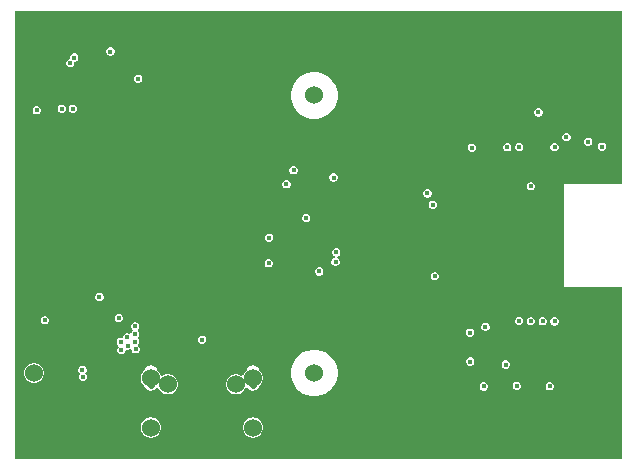
<source format=gbr>
%TF.GenerationSoftware,Altium Limited,Altium Designer,23.6.0 (18)*%
G04 Layer_Physical_Order=5*
G04 Layer_Color=16737945*
%FSLAX45Y45*%
%MOMM*%
%TF.SameCoordinates,DCE0C1D5-9975-4D98-BEBD-45AE40CD8FD9*%
%TF.FilePolarity,Positive*%
%TF.FileFunction,Copper,L5,Inr,Signal*%
%TF.Part,Single*%
G01*
G75*
%TA.AperFunction,ComponentPad*%
%ADD37C,1.52400*%
%TA.AperFunction,ViaPad*%
%ADD42C,0.45000*%
%TA.AperFunction,NonConductor*%
%ADD43C,0.60960*%
G36*
X7828209Y4890991D02*
X7337096D01*
Y4010896D01*
X7828209D01*
Y2560391D01*
X2687391D01*
Y6355009D01*
X7828209D01*
Y4890991D01*
D02*
G37*
%LPC*%
G36*
X3501132Y6043210D02*
X3487128D01*
X3474191Y6037851D01*
X3464289Y6027949D01*
X3458930Y6015012D01*
Y6001008D01*
X3464289Y5988071D01*
X3474191Y5978169D01*
X3487128Y5972810D01*
X3501132D01*
X3514069Y5978169D01*
X3523971Y5988071D01*
X3529330Y6001008D01*
Y6015012D01*
X3523971Y6027949D01*
X3514069Y6037851D01*
X3501132Y6043210D01*
D02*
G37*
G36*
X3194702Y5991971D02*
X3180698D01*
X3167761Y5986612D01*
X3157859Y5976710D01*
X3152500Y5963773D01*
Y5949770D01*
X3149728Y5945621D01*
X3146334D01*
X3133397Y5940262D01*
X3123495Y5930360D01*
X3118136Y5917423D01*
Y5903419D01*
X3123495Y5890482D01*
X3133397Y5880580D01*
X3146334Y5875221D01*
X3160337D01*
X3173275Y5880580D01*
X3183177Y5890482D01*
X3188535Y5903419D01*
Y5917422D01*
X3191308Y5921572D01*
X3194702D01*
X3207639Y5926930D01*
X3217541Y5936832D01*
X3222900Y5949770D01*
Y5963773D01*
X3217541Y5976710D01*
X3207639Y5986612D01*
X3194702Y5991971D01*
D02*
G37*
G36*
X3735722Y5813700D02*
X3721718D01*
X3708781Y5808341D01*
X3698879Y5798439D01*
X3693520Y5785502D01*
Y5771498D01*
X3698879Y5758561D01*
X3708781Y5748659D01*
X3721718Y5743300D01*
X3735722D01*
X3748659Y5748659D01*
X3758561Y5758561D01*
X3763920Y5771498D01*
Y5785502D01*
X3758561Y5798439D01*
X3748659Y5808341D01*
X3735722Y5813700D01*
D02*
G37*
G36*
X3182002Y5559700D02*
X3167998D01*
X3155061Y5554341D01*
X3145159Y5544439D01*
X3139800Y5531502D01*
Y5517498D01*
X3145159Y5504561D01*
X3155061Y5494659D01*
X3167998Y5489300D01*
X3182002D01*
X3194939Y5494659D01*
X3204841Y5504561D01*
X3210200Y5517498D01*
Y5531502D01*
X3204841Y5544439D01*
X3194939Y5554341D01*
X3182002Y5559700D01*
D02*
G37*
G36*
X3088022D02*
X3074018D01*
X3061081Y5554341D01*
X3051179Y5544439D01*
X3045820Y5531502D01*
Y5517498D01*
X3051179Y5504561D01*
X3061081Y5494659D01*
X3074018Y5489300D01*
X3088022D01*
X3100959Y5494659D01*
X3110861Y5504561D01*
X3116220Y5517498D01*
Y5531502D01*
X3110861Y5544439D01*
X3100959Y5554341D01*
X3088022Y5559700D01*
D02*
G37*
G36*
X2877202Y5547000D02*
X2863198D01*
X2850261Y5541641D01*
X2840359Y5531739D01*
X2835000Y5518802D01*
Y5504798D01*
X2840359Y5491861D01*
X2850261Y5481959D01*
X2863198Y5476600D01*
X2877202D01*
X2890139Y5481959D01*
X2900041Y5491861D01*
X2905400Y5504798D01*
Y5518802D01*
X2900041Y5531739D01*
X2890139Y5541641D01*
X2877202Y5547000D01*
D02*
G37*
G36*
X7125002Y5527600D02*
X7110998D01*
X7098061Y5522241D01*
X7088159Y5512339D01*
X7082800Y5499402D01*
Y5485398D01*
X7088159Y5472461D01*
X7098061Y5462559D01*
X7110998Y5457200D01*
X7125002D01*
X7137939Y5462559D01*
X7147841Y5472461D01*
X7153200Y5485398D01*
Y5499402D01*
X7147841Y5512339D01*
X7137939Y5522241D01*
X7125002Y5527600D01*
D02*
G37*
G36*
X5239174Y5833980D02*
X5200226D01*
X5162027Y5826382D01*
X5126045Y5811477D01*
X5093661Y5789839D01*
X5066121Y5762299D01*
X5044483Y5729915D01*
X5029578Y5693933D01*
X5021980Y5655734D01*
Y5616786D01*
X5029578Y5578587D01*
X5044483Y5542605D01*
X5066121Y5510221D01*
X5093661Y5482681D01*
X5126045Y5461043D01*
X5162027Y5446138D01*
X5200226Y5438540D01*
X5239174D01*
X5277373Y5446138D01*
X5313355Y5461043D01*
X5345739Y5482681D01*
X5373279Y5510221D01*
X5394917Y5542605D01*
X5409822Y5578587D01*
X5417420Y5616786D01*
Y5655734D01*
X5409822Y5693933D01*
X5394917Y5729915D01*
X5373279Y5762299D01*
X5345739Y5789839D01*
X5313355Y5811477D01*
X5277373Y5826382D01*
X5239174Y5833980D01*
D02*
G37*
G36*
X7360902Y5319300D02*
X7346898D01*
X7333961Y5313941D01*
X7324059Y5304039D01*
X7318700Y5291102D01*
Y5277098D01*
X7324059Y5264161D01*
X7333961Y5254259D01*
X7346898Y5248900D01*
X7360902D01*
X7373839Y5254259D01*
X7383741Y5264161D01*
X7389100Y5277098D01*
Y5291102D01*
X7383741Y5304039D01*
X7373839Y5313941D01*
X7360902Y5319300D01*
D02*
G37*
G36*
X7545722Y5280300D02*
X7531718D01*
X7518781Y5274941D01*
X7508879Y5265039D01*
X7503520Y5252102D01*
Y5238098D01*
X7508879Y5225161D01*
X7518781Y5215259D01*
X7531718Y5209900D01*
X7545722D01*
X7558659Y5215259D01*
X7568561Y5225161D01*
X7573920Y5238098D01*
Y5252102D01*
X7568561Y5265039D01*
X7558659Y5274941D01*
X7545722Y5280300D01*
D02*
G37*
G36*
X7662562Y5237120D02*
X7648558D01*
X7635621Y5231761D01*
X7625719Y5221859D01*
X7620360Y5208922D01*
Y5194918D01*
X7625719Y5181981D01*
X7635621Y5172079D01*
X7648558Y5166720D01*
X7662562D01*
X7675499Y5172079D01*
X7685401Y5181981D01*
X7690760Y5194918D01*
Y5208922D01*
X7685401Y5221859D01*
X7675499Y5231761D01*
X7662562Y5237120D01*
D02*
G37*
G36*
X6960902Y5235200D02*
X6946898D01*
X6933961Y5229841D01*
X6924059Y5219939D01*
X6918700Y5207002D01*
Y5192998D01*
X6924059Y5180061D01*
X6933961Y5170159D01*
X6946898Y5164800D01*
X6960902D01*
X6973839Y5170159D01*
X6983741Y5180061D01*
X6989100Y5192998D01*
Y5207002D01*
X6983741Y5219939D01*
X6973839Y5229841D01*
X6960902Y5235200D01*
D02*
G37*
G36*
X7260902Y5234800D02*
X7246898D01*
X7233961Y5229441D01*
X7224059Y5219539D01*
X7218700Y5206602D01*
Y5192598D01*
X7224059Y5179661D01*
X7233961Y5169759D01*
X7246898Y5164400D01*
X7260902D01*
X7273839Y5169759D01*
X7283741Y5179661D01*
X7289100Y5192598D01*
Y5206602D01*
X7283741Y5219539D01*
X7273839Y5229441D01*
X7260902Y5234800D01*
D02*
G37*
G36*
X6860902Y5233600D02*
X6846898D01*
X6833961Y5228241D01*
X6824059Y5218339D01*
X6818700Y5205402D01*
Y5191398D01*
X6824059Y5178461D01*
X6833961Y5168559D01*
X6846898Y5163200D01*
X6860902D01*
X6873839Y5168559D01*
X6883741Y5178461D01*
X6889100Y5191398D01*
Y5205402D01*
X6883741Y5218339D01*
X6873839Y5228241D01*
X6860902Y5233600D01*
D02*
G37*
G36*
X6560902Y5228800D02*
X6546898D01*
X6533961Y5223441D01*
X6524059Y5213539D01*
X6518700Y5200602D01*
Y5186598D01*
X6524059Y5173661D01*
X6533961Y5163759D01*
X6546898Y5158400D01*
X6560902D01*
X6573839Y5163759D01*
X6583741Y5173661D01*
X6589100Y5186598D01*
Y5200602D01*
X6583741Y5213539D01*
X6573839Y5223441D01*
X6560902Y5228800D01*
D02*
G37*
G36*
X5051442Y5037860D02*
X5037438D01*
X5024501Y5032501D01*
X5014599Y5022599D01*
X5009240Y5009662D01*
Y4995658D01*
X5014599Y4982721D01*
X5024501Y4972819D01*
X5037438Y4967460D01*
X5051442D01*
X5064379Y4972819D01*
X5074281Y4982721D01*
X5079640Y4995658D01*
Y5009662D01*
X5074281Y5022599D01*
X5064379Y5032501D01*
X5051442Y5037860D01*
D02*
G37*
G36*
X5390302Y4977000D02*
X5376298D01*
X5363361Y4971641D01*
X5353459Y4961739D01*
X5348100Y4948802D01*
Y4934798D01*
X5353459Y4921861D01*
X5363361Y4911959D01*
X5376298Y4906600D01*
X5390302D01*
X5403239Y4911959D01*
X5413141Y4921861D01*
X5418500Y4934798D01*
Y4948802D01*
X5413141Y4961739D01*
X5403239Y4971641D01*
X5390302Y4977000D01*
D02*
G37*
G36*
X4990482Y4919620D02*
X4976478D01*
X4963541Y4914261D01*
X4953639Y4904359D01*
X4948280Y4891422D01*
Y4877418D01*
X4953639Y4864481D01*
X4963541Y4854579D01*
X4976478Y4849220D01*
X4990482D01*
X5003419Y4854579D01*
X5013321Y4864481D01*
X5018680Y4877418D01*
Y4891422D01*
X5013321Y4904359D01*
X5003419Y4914261D01*
X4990482Y4919620D01*
D02*
G37*
G36*
X7060582Y4902390D02*
X7046578D01*
X7033641Y4897031D01*
X7023739Y4887129D01*
X7018380Y4874192D01*
Y4860188D01*
X7023739Y4847251D01*
X7033641Y4837349D01*
X7046578Y4831990D01*
X7060582D01*
X7073519Y4837349D01*
X7083421Y4847251D01*
X7088780Y4860188D01*
Y4874192D01*
X7083421Y4887129D01*
X7073519Y4897031D01*
X7060582Y4902390D01*
D02*
G37*
G36*
X6184802Y4842900D02*
X6170798D01*
X6157861Y4837541D01*
X6147959Y4827639D01*
X6142600Y4814702D01*
Y4800698D01*
X6147959Y4787761D01*
X6157861Y4777859D01*
X6170798Y4772500D01*
X6184802D01*
X6197739Y4777859D01*
X6207641Y4787761D01*
X6213000Y4800698D01*
Y4814702D01*
X6207641Y4827639D01*
X6197739Y4837541D01*
X6184802Y4842900D01*
D02*
G37*
G36*
X6230002Y4746900D02*
X6215998D01*
X6203061Y4741541D01*
X6193159Y4731639D01*
X6187800Y4718702D01*
Y4704698D01*
X6193159Y4691761D01*
X6203061Y4681859D01*
X6215998Y4676500D01*
X6230002D01*
X6242939Y4681859D01*
X6252841Y4691761D01*
X6258200Y4704698D01*
Y4718702D01*
X6252841Y4731639D01*
X6242939Y4741541D01*
X6230002Y4746900D01*
D02*
G37*
G36*
X5157302Y4634320D02*
X5143298D01*
X5130361Y4628961D01*
X5120459Y4619059D01*
X5115100Y4606122D01*
Y4592118D01*
X5120459Y4579181D01*
X5130361Y4569279D01*
X5143298Y4563920D01*
X5157302D01*
X5170239Y4569279D01*
X5180141Y4579181D01*
X5185500Y4592118D01*
Y4606122D01*
X5180141Y4619059D01*
X5170239Y4628961D01*
X5157302Y4634320D01*
D02*
G37*
G36*
X4844062Y4466600D02*
X4830058D01*
X4817121Y4461241D01*
X4807219Y4451339D01*
X4801860Y4438402D01*
Y4424398D01*
X4807219Y4411461D01*
X4817121Y4401559D01*
X4830058Y4396200D01*
X4844062D01*
X4856999Y4401559D01*
X4866901Y4411461D01*
X4872260Y4424398D01*
Y4438402D01*
X4866901Y4451339D01*
X4856999Y4461241D01*
X4844062Y4466600D01*
D02*
G37*
G36*
X5412762Y4342400D02*
X5398758D01*
X5385821Y4337041D01*
X5375919Y4327139D01*
X5370560Y4314202D01*
Y4300198D01*
X5375919Y4287261D01*
X5385821Y4277359D01*
X5391836Y4274867D01*
X5392141Y4268096D01*
X5390573Y4261644D01*
X5379461Y4257041D01*
X5369559Y4247139D01*
X5364200Y4234202D01*
Y4220198D01*
X5369559Y4207261D01*
X5379461Y4197359D01*
X5392398Y4192000D01*
X5406402D01*
X5419339Y4197359D01*
X5429241Y4207261D01*
X5434600Y4220198D01*
Y4234202D01*
X5429241Y4247139D01*
X5419339Y4257041D01*
X5413324Y4259533D01*
X5413019Y4266304D01*
X5414587Y4272756D01*
X5425699Y4277359D01*
X5435601Y4287261D01*
X5440960Y4300198D01*
Y4314202D01*
X5435601Y4327139D01*
X5425699Y4337041D01*
X5412762Y4342400D01*
D02*
G37*
G36*
X4840622Y4251600D02*
X4826618D01*
X4813681Y4246241D01*
X4803779Y4236339D01*
X4798420Y4223402D01*
Y4209398D01*
X4803779Y4196461D01*
X4813681Y4186559D01*
X4826618Y4181200D01*
X4840622D01*
X4853559Y4186559D01*
X4863461Y4196461D01*
X4868820Y4209398D01*
Y4223402D01*
X4863461Y4236339D01*
X4853559Y4246241D01*
X4840622Y4251600D01*
D02*
G37*
G36*
X5269262Y4182400D02*
X5255258D01*
X5242321Y4177041D01*
X5232419Y4167139D01*
X5227060Y4154202D01*
Y4140198D01*
X5232419Y4127261D01*
X5242321Y4117359D01*
X5255258Y4112000D01*
X5269262D01*
X5282199Y4117359D01*
X5292101Y4127261D01*
X5297460Y4140198D01*
Y4154202D01*
X5292101Y4167139D01*
X5282199Y4177041D01*
X5269262Y4182400D01*
D02*
G37*
G36*
X6248302Y4142900D02*
X6234298D01*
X6221361Y4137541D01*
X6211459Y4127639D01*
X6206100Y4114702D01*
Y4100698D01*
X6211459Y4087761D01*
X6221361Y4077859D01*
X6234298Y4072500D01*
X6248302D01*
X6261239Y4077859D01*
X6271141Y4087761D01*
X6276500Y4100698D01*
Y4114702D01*
X6271141Y4127639D01*
X6261239Y4137541D01*
X6248302Y4142900D01*
D02*
G37*
G36*
X3407309Y3965277D02*
X3393306D01*
X3380369Y3959918D01*
X3370467Y3950016D01*
X3365108Y3937078D01*
Y3923075D01*
X3370467Y3910138D01*
X3380369Y3900236D01*
X3393306Y3894877D01*
X3407309D01*
X3420247Y3900236D01*
X3430149Y3910138D01*
X3435507Y3923075D01*
Y3937078D01*
X3430149Y3950016D01*
X3420247Y3959918D01*
X3407309Y3965277D01*
D02*
G37*
G36*
X3572883Y3787477D02*
X3558879D01*
X3545942Y3782118D01*
X3536040Y3772216D01*
X3530681Y3759278D01*
Y3745275D01*
X3536040Y3732338D01*
X3545942Y3722436D01*
X3558879Y3717077D01*
X3572883D01*
X3585820Y3722436D01*
X3595722Y3732338D01*
X3601081Y3745275D01*
Y3759278D01*
X3595722Y3772216D01*
X3585820Y3782118D01*
X3572883Y3787477D01*
D02*
G37*
G36*
X2945782Y3769000D02*
X2931778D01*
X2918841Y3763641D01*
X2908939Y3753739D01*
X2903580Y3740802D01*
Y3726798D01*
X2908939Y3713861D01*
X2918841Y3703959D01*
X2931778Y3698600D01*
X2945782D01*
X2958719Y3703959D01*
X2968621Y3713861D01*
X2973980Y3726798D01*
Y3740802D01*
X2968621Y3753739D01*
X2958719Y3763641D01*
X2945782Y3769000D01*
D02*
G37*
G36*
X6960902Y3763300D02*
X6946898D01*
X6933961Y3757941D01*
X6924059Y3748039D01*
X6918700Y3735102D01*
Y3721098D01*
X6924059Y3708161D01*
X6933961Y3698259D01*
X6946898Y3692900D01*
X6960902D01*
X6973839Y3698259D01*
X6983741Y3708161D01*
X6989100Y3721098D01*
Y3735102D01*
X6983741Y3748039D01*
X6973839Y3757941D01*
X6960902Y3763300D01*
D02*
G37*
G36*
X7060902Y3761700D02*
X7046898D01*
X7033961Y3756341D01*
X7024059Y3746439D01*
X7018700Y3733502D01*
Y3719498D01*
X7024059Y3706561D01*
X7033961Y3696659D01*
X7046898Y3691300D01*
X7060902D01*
X7073839Y3696659D01*
X7083741Y3706561D01*
X7089100Y3719498D01*
Y3733502D01*
X7083741Y3746439D01*
X7073839Y3756341D01*
X7060902Y3761700D01*
D02*
G37*
G36*
X7160902Y3760100D02*
X7146898D01*
X7133961Y3754741D01*
X7124059Y3744839D01*
X7118700Y3731902D01*
Y3717898D01*
X7124059Y3704961D01*
X7133961Y3695059D01*
X7146898Y3689700D01*
X7160902D01*
X7173839Y3695059D01*
X7183741Y3704961D01*
X7189100Y3717898D01*
Y3731902D01*
X7183741Y3744839D01*
X7173839Y3754741D01*
X7160902Y3760100D01*
D02*
G37*
G36*
X7260902Y3758500D02*
X7246898D01*
X7233961Y3753141D01*
X7224059Y3743239D01*
X7218700Y3730302D01*
Y3716298D01*
X7224059Y3703361D01*
X7233961Y3693459D01*
X7246898Y3688100D01*
X7260902D01*
X7273839Y3693459D01*
X7283741Y3703361D01*
X7289100Y3716298D01*
Y3730302D01*
X7283741Y3743239D01*
X7273839Y3753141D01*
X7260902Y3758500D01*
D02*
G37*
G36*
X6675931Y3711690D02*
X6661928D01*
X6648991Y3706331D01*
X6639089Y3696429D01*
X6633730Y3683492D01*
Y3669488D01*
X6639089Y3656551D01*
X6648991Y3646649D01*
X6661928Y3641290D01*
X6675931D01*
X6688869Y3646649D01*
X6698770Y3656551D01*
X6704129Y3669488D01*
Y3683492D01*
X6698770Y3696429D01*
X6688869Y3706331D01*
X6675931Y3711690D01*
D02*
G37*
G36*
X3709569Y3716357D02*
X3695566D01*
X3682629Y3710998D01*
X3672727Y3701096D01*
X3667368Y3688158D01*
Y3674155D01*
X3672727Y3661218D01*
X3676241Y3657703D01*
X3681434Y3649407D01*
X3676241Y3641110D01*
X3672727Y3637596D01*
X3667942Y3626044D01*
X3662595Y3623022D01*
X3654668Y3620303D01*
X3643529Y3624917D01*
X3629526D01*
X3616589Y3619558D01*
X3606687Y3609656D01*
X3601328Y3596718D01*
Y3594897D01*
X3588628Y3586411D01*
X3587649Y3586817D01*
X3573646D01*
X3560709Y3581458D01*
X3550807Y3571556D01*
X3545448Y3558618D01*
Y3544615D01*
X3550807Y3531678D01*
X3560708Y3521776D01*
X3561872Y3519156D01*
X3562669Y3507218D01*
X3555887Y3500436D01*
X3550528Y3487498D01*
Y3473495D01*
X3555887Y3460558D01*
X3565789Y3450656D01*
X3578726Y3445297D01*
X3592729D01*
X3605667Y3450656D01*
X3615569Y3460558D01*
X3620927Y3473495D01*
Y3474264D01*
X3632066Y3483397D01*
X3646069D01*
X3659007Y3488756D01*
X3659748Y3489497D01*
X3672448Y3484236D01*
Y3481115D01*
X3677807Y3468178D01*
X3687709Y3458276D01*
X3700646Y3452917D01*
X3714649D01*
X3727587Y3458276D01*
X3737489Y3468178D01*
X3742847Y3481115D01*
Y3495118D01*
X3737489Y3508056D01*
X3727587Y3517957D01*
X3731015Y3530284D01*
X3732409Y3531678D01*
X3737767Y3544615D01*
Y3558618D01*
X3732409Y3571556D01*
X3727624Y3576340D01*
X3723924Y3584637D01*
X3727624Y3592934D01*
X3732409Y3597718D01*
X3737767Y3610655D01*
Y3624658D01*
X3732409Y3637596D01*
X3728894Y3641110D01*
X3723702Y3649407D01*
X3728894Y3657703D01*
X3732409Y3661218D01*
X3737767Y3674155D01*
Y3688158D01*
X3732409Y3701096D01*
X3722507Y3710998D01*
X3709569Y3716357D01*
D02*
G37*
G36*
X6544962Y3662320D02*
X6530958D01*
X6518021Y3656961D01*
X6508119Y3647059D01*
X6502760Y3634122D01*
Y3620118D01*
X6508119Y3607181D01*
X6518021Y3597279D01*
X6530958Y3591920D01*
X6544962D01*
X6557899Y3597279D01*
X6567801Y3607181D01*
X6573160Y3620118D01*
Y3634122D01*
X6567801Y3647059D01*
X6557899Y3656961D01*
X6544962Y3662320D01*
D02*
G37*
G36*
X4276742Y3603900D02*
X4262738D01*
X4249801Y3598541D01*
X4239899Y3588639D01*
X4234540Y3575702D01*
Y3561698D01*
X4239899Y3548761D01*
X4249801Y3538859D01*
X4262738Y3533500D01*
X4276742D01*
X4289679Y3538859D01*
X4299581Y3548761D01*
X4304940Y3561698D01*
Y3575702D01*
X4299581Y3588639D01*
X4289679Y3598541D01*
X4276742Y3603900D01*
D02*
G37*
G36*
X6547502Y3418480D02*
X6533498D01*
X6520561Y3413121D01*
X6510659Y3403219D01*
X6505300Y3390282D01*
Y3376278D01*
X6510659Y3363341D01*
X6520561Y3353439D01*
X6533498Y3348080D01*
X6547502D01*
X6560439Y3353439D01*
X6570341Y3363341D01*
X6575700Y3376278D01*
Y3390282D01*
X6570341Y3403219D01*
X6560439Y3413121D01*
X6547502Y3418480D01*
D02*
G37*
G36*
X6847222Y3393080D02*
X6833218D01*
X6820281Y3387721D01*
X6810379Y3377819D01*
X6805020Y3364882D01*
Y3350878D01*
X6810379Y3337941D01*
X6820281Y3328039D01*
X6833218Y3322680D01*
X6847222D01*
X6860159Y3328039D01*
X6870061Y3337941D01*
X6875420Y3350878D01*
Y3364882D01*
X6870061Y3377819D01*
X6860159Y3387721D01*
X6847222Y3393080D01*
D02*
G37*
G36*
X4699763Y3351877D02*
X4678116Y3347571D01*
X4659764Y3335309D01*
X4647502Y3316957D01*
X4646101Y3309913D01*
X4631674Y3295486D01*
X4620472Y3276083D01*
X4618093Y3267204D01*
X4616607Y3265753D01*
X4603429Y3261549D01*
X4589603Y3269531D01*
X4567962Y3275330D01*
X4545558D01*
X4523917Y3269531D01*
X4504513Y3258329D01*
X4488671Y3242487D01*
X4477469Y3223083D01*
X4471670Y3201442D01*
Y3179038D01*
X4477469Y3157397D01*
X4488671Y3137993D01*
X4504513Y3122151D01*
X4523917Y3110949D01*
X4545558Y3105150D01*
X4567962D01*
X4589603Y3110949D01*
X4609007Y3122151D01*
X4624849Y3137993D01*
X4636051Y3157397D01*
X4637276Y3161968D01*
X4651033Y3164239D01*
X4659764Y3151171D01*
X4678116Y3138909D01*
X4699763Y3134603D01*
X4721410Y3138909D01*
X4739762Y3151171D01*
X4752024Y3169523D01*
X4753425Y3176566D01*
X4767852Y3190993D01*
X4779055Y3210396D01*
X4784853Y3232037D01*
Y3254442D01*
X4779055Y3276083D01*
X4767852Y3295486D01*
X4753425Y3309913D01*
X4752024Y3316957D01*
X4739762Y3335309D01*
X4721410Y3347571D01*
X4699763Y3351877D01*
D02*
G37*
G36*
X3263282Y3347360D02*
X3249278D01*
X3236341Y3342001D01*
X3226439Y3332099D01*
X3221080Y3319162D01*
Y3305158D01*
X3226439Y3292221D01*
X3236341Y3282319D01*
X3231921Y3273721D01*
X3231519Y3273319D01*
X3226160Y3260382D01*
Y3246378D01*
X3231519Y3233441D01*
X3241421Y3223539D01*
X3254358Y3218180D01*
X3268362D01*
X3281299Y3223539D01*
X3291201Y3233441D01*
X3296560Y3246378D01*
Y3260382D01*
X3291201Y3273319D01*
X3281299Y3283221D01*
X3285719Y3291819D01*
X3286121Y3292221D01*
X3291480Y3305158D01*
Y3319162D01*
X3286121Y3332099D01*
X3276219Y3342001D01*
X3263282Y3347360D01*
D02*
G37*
G36*
X2858542Y3371850D02*
X2836138D01*
X2814497Y3366051D01*
X2795093Y3354849D01*
X2779251Y3339007D01*
X2768049Y3319603D01*
X2762250Y3297962D01*
Y3275558D01*
X2768049Y3253917D01*
X2779251Y3234513D01*
X2795093Y3218671D01*
X2814497Y3207469D01*
X2836138Y3201670D01*
X2858542D01*
X2880183Y3207469D01*
X2899587Y3218671D01*
X2915429Y3234513D01*
X2926631Y3253917D01*
X2932430Y3275558D01*
Y3297962D01*
X2926631Y3319603D01*
X2915429Y3339007D01*
X2899587Y3354849D01*
X2880183Y3366051D01*
X2858542Y3371850D01*
D02*
G37*
G36*
X6941202Y3212740D02*
X6927198D01*
X6914261Y3207381D01*
X6904359Y3197479D01*
X6899000Y3184542D01*
Y3170538D01*
X6904359Y3157601D01*
X6914261Y3147699D01*
X6927198Y3142340D01*
X6941202D01*
X6954139Y3147699D01*
X6964041Y3157601D01*
X6969400Y3170538D01*
Y3184542D01*
X6964041Y3197479D01*
X6954139Y3207381D01*
X6941202Y3212740D01*
D02*
G37*
G36*
X7220602Y3210200D02*
X7206598D01*
X7193661Y3204841D01*
X7183759Y3194939D01*
X7178400Y3182002D01*
Y3167998D01*
X7183759Y3155061D01*
X7193661Y3145159D01*
X7206598Y3139800D01*
X7220602D01*
X7233539Y3145159D01*
X7243441Y3155061D01*
X7248800Y3167998D01*
Y3182002D01*
X7243441Y3194939D01*
X7233539Y3204841D01*
X7220602Y3210200D01*
D02*
G37*
G36*
X6661802Y3207660D02*
X6647798D01*
X6634861Y3202301D01*
X6624959Y3192399D01*
X6619600Y3179462D01*
Y3165458D01*
X6624959Y3152521D01*
X6634861Y3142619D01*
X6647798Y3137260D01*
X6661802D01*
X6674739Y3142619D01*
X6684641Y3152521D01*
X6690000Y3165458D01*
Y3179462D01*
X6684641Y3192399D01*
X6674739Y3202301D01*
X6661802Y3207660D01*
D02*
G37*
G36*
X3835757Y3351877D02*
X3814110Y3347571D01*
X3795758Y3335309D01*
X3783496Y3316957D01*
X3782095Y3309913D01*
X3767668Y3295486D01*
X3756465Y3276083D01*
X3750667Y3254442D01*
Y3232037D01*
X3756465Y3210396D01*
X3767668Y3190993D01*
X3782095Y3176566D01*
X3783496Y3169523D01*
X3795758Y3151171D01*
X3814110Y3138909D01*
X3835757Y3134603D01*
X3857404Y3138909D01*
X3875756Y3151171D01*
X3884487Y3164239D01*
X3898244Y3161968D01*
X3899469Y3157397D01*
X3910671Y3137993D01*
X3926514Y3122151D01*
X3945917Y3110949D01*
X3967558Y3105150D01*
X3989963D01*
X4011604Y3110949D01*
X4031007Y3122151D01*
X4046849Y3137993D01*
X4058052Y3157397D01*
X4063850Y3179038D01*
Y3201442D01*
X4058052Y3223083D01*
X4046849Y3242487D01*
X4031007Y3258329D01*
X4011604Y3269531D01*
X3989963Y3275330D01*
X3967558D01*
X3945917Y3269531D01*
X3932091Y3261549D01*
X3918913Y3265753D01*
X3917428Y3267204D01*
X3915048Y3276083D01*
X3903846Y3295486D01*
X3889419Y3309913D01*
X3888018Y3316957D01*
X3875756Y3335309D01*
X3857404Y3347571D01*
X3835757Y3351877D01*
D02*
G37*
G36*
X5239174Y3484480D02*
X5200226D01*
X5162027Y3476882D01*
X5126045Y3461977D01*
X5093661Y3440339D01*
X5066121Y3412799D01*
X5044483Y3380415D01*
X5029578Y3344433D01*
X5021980Y3306234D01*
Y3267286D01*
X5029578Y3229087D01*
X5044483Y3193105D01*
X5066121Y3160721D01*
X5093661Y3133181D01*
X5126045Y3111543D01*
X5162027Y3096638D01*
X5200226Y3089040D01*
X5239174D01*
X5277373Y3096638D01*
X5313355Y3111543D01*
X5345739Y3133181D01*
X5373279Y3160721D01*
X5394917Y3193105D01*
X5409822Y3229087D01*
X5417420Y3267286D01*
Y3306234D01*
X5409822Y3344433D01*
X5394917Y3380415D01*
X5373279Y3412799D01*
X5345739Y3440339D01*
X5313355Y3461977D01*
X5277373Y3476882D01*
X5239174Y3484480D01*
D02*
G37*
G36*
X4699760Y2912287D02*
X4689923Y2910330D01*
X4688558D01*
X4684626Y2909276D01*
X4678113Y2907981D01*
X4676990Y2907230D01*
X4666917Y2904531D01*
X4647514Y2893329D01*
X4631671Y2877486D01*
X4620469Y2858083D01*
X4614670Y2836442D01*
Y2814038D01*
X4620469Y2792396D01*
X4631671Y2772993D01*
X4647514Y2757151D01*
X4666917Y2745949D01*
X4676990Y2743250D01*
X4678113Y2742499D01*
X4684626Y2741204D01*
X4688558Y2740150D01*
X4689923D01*
X4699760Y2738193D01*
X4709598Y2740150D01*
X4710963D01*
X4714895Y2741204D01*
X4721407Y2742499D01*
X4722531Y2743250D01*
X4732604Y2745949D01*
X4752007Y2757151D01*
X4767849Y2772993D01*
X4779052Y2792396D01*
X4784850Y2814038D01*
Y2836442D01*
X4779052Y2858083D01*
X4767849Y2877486D01*
X4752007Y2893329D01*
X4732604Y2904531D01*
X4722531Y2907230D01*
X4721407Y2907981D01*
X4714895Y2909276D01*
X4710963Y2910330D01*
X4709598D01*
X4699760Y2912287D01*
D02*
G37*
G36*
X3835757D02*
X3825919Y2910330D01*
X3824554D01*
X3820623Y2909276D01*
X3814110Y2907981D01*
X3812986Y2907230D01*
X3802913Y2904531D01*
X3783510Y2893329D01*
X3767668Y2877486D01*
X3756465Y2858083D01*
X3750667Y2836442D01*
Y2814038D01*
X3756465Y2792396D01*
X3767668Y2772993D01*
X3783510Y2757151D01*
X3802913Y2745949D01*
X3812986Y2743250D01*
X3814110Y2742499D01*
X3820623Y2741204D01*
X3824554Y2740150D01*
X3825919D01*
X3835757Y2738193D01*
X3845595Y2740150D01*
X3846959D01*
X3850891Y2741204D01*
X3857404Y2742499D01*
X3858527Y2743250D01*
X3868600Y2745949D01*
X3888003Y2757151D01*
X3903846Y2772993D01*
X3915048Y2792396D01*
X3920847Y2814038D01*
Y2836442D01*
X3915048Y2858083D01*
X3903846Y2877486D01*
X3888003Y2893329D01*
X3868600Y2904531D01*
X3858527Y2907230D01*
X3857404Y2907981D01*
X3850891Y2909276D01*
X3846959Y2910330D01*
X3845595D01*
X3835757Y2912287D01*
D02*
G37*
%LPD*%
D37*
X5219700Y5636260D02*
D03*
Y3286760D02*
D03*
X2847340Y4556760D02*
D03*
Y3286760D02*
D03*
X3835757Y3243240D02*
D03*
D03*
Y2825240D02*
D03*
X4699760D02*
D03*
X4699763Y3243240D02*
D03*
X3978760Y3190240D02*
D03*
X4556760D02*
D03*
X4699760Y2825240D02*
D03*
X4699763Y3243240D02*
D03*
X3835757Y2825240D02*
D03*
D42*
X3016250Y3868691D02*
D03*
X2938780Y3733800D02*
D03*
X3092600Y3600133D02*
D03*
X6537960Y3627120D02*
D03*
X7053580Y4867190D02*
D03*
X7538720Y5245100D02*
D03*
X7315200Y4864100D02*
D03*
X6985000Y4762500D02*
D03*
X6667500D02*
D03*
X7315200Y4686300D02*
D03*
X4269740Y3568700D02*
D03*
X4286250Y3810000D02*
D03*
X3256280Y3312160D02*
D03*
X5150300Y4599120D02*
D03*
X5715000Y4762500D02*
D03*
X5397500D02*
D03*
X6032500D02*
D03*
X4762500D02*
D03*
X3261360Y3253380D02*
D03*
X3702568Y3617657D02*
D03*
Y3681157D02*
D03*
Y3551617D02*
D03*
X3585728Y3480497D02*
D03*
X3580648Y3551617D02*
D03*
X7655560Y5201920D02*
D03*
X7143750Y5715000D02*
D03*
X6840220Y3357880D02*
D03*
X6540500Y3383280D02*
D03*
X6668930Y3676490D02*
D03*
X6191250Y3175000D02*
D03*
X3204728Y3970717D02*
D03*
X3296168Y3891977D02*
D03*
X3689868Y3897057D02*
D03*
X3595888Y3912297D02*
D03*
X3451108Y3983417D02*
D03*
X3529848Y3935157D02*
D03*
X3400308Y3930077D02*
D03*
X3565881Y3752277D02*
D03*
X3636528Y3589717D02*
D03*
X3492500Y2857500D02*
D03*
X3707648Y3488117D02*
D03*
X3639068Y3518597D02*
D03*
X3175000Y2857500D02*
D03*
X6667500Y4127500D02*
D03*
X7759700Y5194300D02*
D03*
X7785100Y3721100D02*
D03*
X7670800D02*
D03*
X7556500D02*
D03*
X7366000D02*
D03*
X7315200Y4038600D02*
D03*
X7314221Y4229196D02*
D03*
X7315200Y4140200D02*
D03*
Y4318000D02*
D03*
Y4419600D02*
D03*
Y4508500D02*
D03*
Y4597400D02*
D03*
Y4775200D02*
D03*
X7620000Y6032500D02*
D03*
X7778750Y5715000D02*
D03*
X7620000Y5397500D02*
D03*
Y3492500D02*
D03*
X7778750Y3175000D02*
D03*
X7620000Y2857500D02*
D03*
X7302500Y6032500D02*
D03*
X7461250Y5715000D02*
D03*
X7302500Y3492500D02*
D03*
X7461250Y3175000D02*
D03*
X7302500Y2857500D02*
D03*
X6985000Y6032500D02*
D03*
Y5397500D02*
D03*
X7143750Y4445000D02*
D03*
X6985000Y4127500D02*
D03*
Y3492500D02*
D03*
X7143750Y3175000D02*
D03*
X6667500Y6032500D02*
D03*
X6826250Y5715000D02*
D03*
Y4445000D02*
D03*
Y3175000D02*
D03*
X6350000Y6032500D02*
D03*
Y3492500D02*
D03*
X6508750Y3175000D02*
D03*
X6350000Y2857500D02*
D03*
X6191250Y5715000D02*
D03*
X6032500Y5397500D02*
D03*
X6191250Y4445000D02*
D03*
Y3810000D02*
D03*
X6032500Y3492500D02*
D03*
Y2857500D02*
D03*
X5873750Y5715000D02*
D03*
X5715000Y5397500D02*
D03*
X5873750Y5080000D02*
D03*
Y4445000D02*
D03*
Y3810000D02*
D03*
X5715000Y3492500D02*
D03*
X5873750Y3175000D02*
D03*
X5715000Y2857500D02*
D03*
X5556250Y4445000D02*
D03*
X5397500Y4127500D02*
D03*
X5556250Y3810000D02*
D03*
X5397500Y2857500D02*
D03*
X5238750Y5080000D02*
D03*
Y4445000D02*
D03*
Y3810000D02*
D03*
X5080000Y2857500D02*
D03*
X4762500Y5397500D02*
D03*
X4921250Y5080000D02*
D03*
X4762500Y4127500D02*
D03*
Y3492500D02*
D03*
X4603750Y5715000D02*
D03*
X4445000Y5397500D02*
D03*
X4603750Y5080000D02*
D03*
X4445000Y4762500D02*
D03*
X4603750Y4445000D02*
D03*
X4445000Y4127500D02*
D03*
X4603750Y3810000D02*
D03*
X4286250Y5715000D02*
D03*
X4127500Y5397500D02*
D03*
X4286250Y5080000D02*
D03*
X4127500Y4762500D02*
D03*
Y4127500D02*
D03*
X3968750Y5715000D02*
D03*
X3810000Y5397500D02*
D03*
X3968750Y5080000D02*
D03*
X3810000Y4762500D02*
D03*
X3968750Y4445000D02*
D03*
X3810000Y4127500D02*
D03*
X3968750Y3810000D02*
D03*
X3492500Y5397500D02*
D03*
Y4762500D02*
D03*
X3651250Y4445000D02*
D03*
X3492500Y4127500D02*
D03*
X3333750Y5080000D02*
D03*
X3175000Y4762500D02*
D03*
X3333750Y4445000D02*
D03*
X3175000Y4127500D02*
D03*
X2857500Y5397500D02*
D03*
X3016250Y5080000D02*
D03*
X2857500Y4762500D02*
D03*
X3016250Y4445000D02*
D03*
X2857500Y4127500D02*
D03*
X2870200Y5511800D02*
D03*
X3187700Y5956771D02*
D03*
X3153336Y5910421D02*
D03*
X3494130Y6008010D02*
D03*
X7118000Y5492400D02*
D03*
X6177800Y4807700D02*
D03*
X6223000Y4711700D02*
D03*
X5405760Y4307200D02*
D03*
X4833620Y4216400D02*
D03*
X4837060Y4431400D02*
D03*
X3728720Y5778500D02*
D03*
X3081020Y5524500D02*
D03*
X3175000D02*
D03*
X6553900Y5193600D02*
D03*
X6953900Y3728100D02*
D03*
X7213600Y3175000D02*
D03*
X6934200Y3177540D02*
D03*
X6654800Y3172460D02*
D03*
X4983480Y4884420D02*
D03*
X5044440Y5002660D02*
D03*
X5383300Y4941800D02*
D03*
X5399400Y4227200D02*
D03*
X5262260Y4147200D02*
D03*
X7253900Y3723300D02*
D03*
X7153900Y3724900D02*
D03*
X7053900Y3726500D02*
D03*
X6241300Y4107700D02*
D03*
X6853900Y5198400D02*
D03*
X6953900Y5200000D02*
D03*
X7353900Y5284100D02*
D03*
X7253900Y5199600D02*
D03*
D43*
X3835757Y3188630D02*
Y3243240D01*
X4699760Y2796030D02*
Y2825240D01*
X4699763Y3188630D02*
Y3243240D01*
X3835757Y2796030D02*
Y2825240D01*
%TF.MD5,b6576024818c55d4433c4a19bb827bec*%
M02*

</source>
